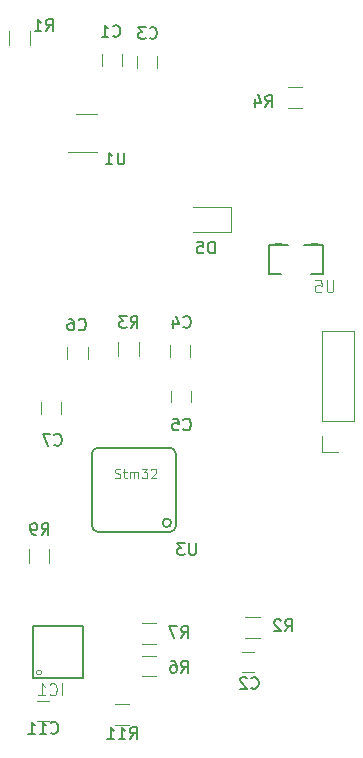
<source format=gbo>
G04 #@! TF.GenerationSoftware,KiCad,Pcbnew,5.1.7-a382d34a8~88~ubuntu18.04.1*
G04 #@! TF.CreationDate,2021-07-23T00:29:16+05:30*
G04 #@! TF.ProjectId,Sensor_PCB_v6,53656e73-6f72-45f5-9043-425f76362e6b,rev?*
G04 #@! TF.SameCoordinates,Original*
G04 #@! TF.FileFunction,Legend,Bot*
G04 #@! TF.FilePolarity,Positive*
%FSLAX46Y46*%
G04 Gerber Fmt 4.6, Leading zero omitted, Abs format (unit mm)*
G04 Created by KiCad (PCBNEW 5.1.7-a382d34a8~88~ubuntu18.04.1) date 2021-07-23 00:29:16*
%MOMM*%
%LPD*%
G01*
G04 APERTURE LIST*
%ADD10C,0.100000*%
%ADD11C,0.127000*%
%ADD12C,0.152400*%
%ADD13C,0.010000*%
%ADD14C,0.150000*%
%ADD15C,0.120000*%
%ADD16C,0.015000*%
G04 APERTURE END LIST*
D10*
X36705759Y-58682849D02*
X36820044Y-58720944D01*
X37010520Y-58720944D01*
X37086711Y-58682849D01*
X37124806Y-58644754D01*
X37162901Y-58568563D01*
X37162901Y-58492373D01*
X37124806Y-58416182D01*
X37086711Y-58378087D01*
X37010520Y-58339992D01*
X36858140Y-58301897D01*
X36781949Y-58263801D01*
X36743854Y-58225706D01*
X36705759Y-58149516D01*
X36705759Y-58073325D01*
X36743854Y-57997135D01*
X36781949Y-57959040D01*
X36858140Y-57920944D01*
X37048616Y-57920944D01*
X37162901Y-57959040D01*
X37391473Y-58187611D02*
X37696235Y-58187611D01*
X37505759Y-57920944D02*
X37505759Y-58606659D01*
X37543854Y-58682849D01*
X37620044Y-58720944D01*
X37696235Y-58720944D01*
X37962901Y-58720944D02*
X37962901Y-58187611D01*
X37962901Y-58263801D02*
X38000997Y-58225706D01*
X38077187Y-58187611D01*
X38191473Y-58187611D01*
X38267663Y-58225706D01*
X38305759Y-58301897D01*
X38305759Y-58720944D01*
X38305759Y-58301897D02*
X38343854Y-58225706D01*
X38420044Y-58187611D01*
X38534330Y-58187611D01*
X38610520Y-58225706D01*
X38648616Y-58301897D01*
X38648616Y-58720944D01*
X38953378Y-57920944D02*
X39448616Y-57920944D01*
X39181949Y-58225706D01*
X39296235Y-58225706D01*
X39372425Y-58263801D01*
X39410520Y-58301897D01*
X39448616Y-58378087D01*
X39448616Y-58568563D01*
X39410520Y-58644754D01*
X39372425Y-58682849D01*
X39296235Y-58720944D01*
X39067663Y-58720944D01*
X38991473Y-58682849D01*
X38953378Y-58644754D01*
X39753378Y-57997135D02*
X39791473Y-57959040D01*
X39867663Y-57920944D01*
X40058140Y-57920944D01*
X40134330Y-57959040D01*
X40172425Y-57997135D01*
X40210520Y-58073325D01*
X40210520Y-58149516D01*
X40172425Y-58263801D01*
X39715282Y-58720944D01*
X40210520Y-58720944D01*
D11*
X29771900Y-75674600D02*
X29771900Y-71274600D01*
X29771900Y-71274600D02*
X33971900Y-71274600D01*
X33971900Y-71274600D02*
X33971900Y-75674600D01*
X33971900Y-75674600D02*
X29771900Y-75674600D01*
D10*
X30495506Y-75174600D02*
G75*
G03*
X30495506Y-75174600I-223606J0D01*
G01*
D12*
X54279400Y-41443700D02*
X54279400Y-38943700D01*
X52709400Y-38943700D02*
X54279400Y-38943700D01*
X49779400Y-38943700D02*
X51349400Y-38943700D01*
X49779400Y-38943700D02*
X49779400Y-41443700D01*
X49779400Y-41443700D02*
X50749400Y-41443700D01*
X53309400Y-41443700D02*
X54279400Y-41443700D01*
D13*
G36*
X50279400Y-38943700D02*
G01*
X50779400Y-38943700D01*
X50779400Y-38803700D01*
X50279400Y-38803700D01*
X50279400Y-38943700D01*
G37*
X50279400Y-38943700D02*
X50779400Y-38943700D01*
X50779400Y-38803700D01*
X50279400Y-38803700D01*
X50279400Y-38943700D01*
G36*
X53279400Y-38943700D02*
G01*
X53779400Y-38943700D01*
X53779400Y-38803700D01*
X53279400Y-38803700D01*
X53279400Y-38943700D01*
G37*
X53279400Y-38943700D02*
X53779400Y-38943700D01*
X53779400Y-38803700D01*
X53279400Y-38803700D01*
X53279400Y-38943700D01*
D14*
X41451310Y-62501800D02*
G75*
G03*
X41451310Y-62501800I-359210J0D01*
G01*
X41854100Y-56659800D02*
X41854100Y-62755800D01*
X35250100Y-56151800D02*
X41346100Y-56151800D01*
X34742100Y-62755800D02*
X34742100Y-56659800D01*
X41346100Y-63263800D02*
X35250100Y-63263800D01*
X34742100Y-56659800D02*
G75*
G02*
X35250100Y-56151800I508000J0D01*
G01*
X35250100Y-63263800D02*
G75*
G02*
X34742100Y-62755800I0J508000D01*
G01*
X41346100Y-56151800D02*
G75*
G02*
X41854100Y-56659800I0J-508000D01*
G01*
X41854100Y-62755800D02*
G75*
G02*
X41346100Y-63263800I-508000J0D01*
G01*
D15*
X29381600Y-64728800D02*
X29381600Y-65928800D01*
X31141600Y-65928800D02*
X31141600Y-64728800D01*
X54257900Y-46229000D02*
X56917900Y-46229000D01*
X54257900Y-53909000D02*
X54257900Y-46229000D01*
X56917900Y-53909000D02*
X56917900Y-46229000D01*
X54257900Y-53909000D02*
X56917900Y-53909000D01*
X54257900Y-55179000D02*
X54257900Y-56509000D01*
X54257900Y-56509000D02*
X55587900Y-56509000D01*
X47435600Y-73434800D02*
X48435600Y-73434800D01*
X48435600Y-75134800D02*
X47435600Y-75134800D01*
X43077500Y-47447600D02*
X43077500Y-48447600D01*
X41377500Y-48447600D02*
X41377500Y-47447600D01*
X41446100Y-52305800D02*
X41446100Y-51305800D01*
X43146100Y-51305800D02*
X43146100Y-52305800D01*
X32680500Y-48650800D02*
X32680500Y-47650800D01*
X34380500Y-47650800D02*
X34380500Y-48650800D01*
X30399600Y-53286300D02*
X30399600Y-52286300D01*
X32099600Y-52286300D02*
X32099600Y-53286300D01*
X37296500Y-22791800D02*
X37296500Y-23791800D01*
X35596500Y-23791800D02*
X35596500Y-22791800D01*
X40263200Y-22977200D02*
X40263200Y-23977200D01*
X38563200Y-23977200D02*
X38563200Y-22977200D01*
X48951400Y-70504200D02*
X47751400Y-70504200D01*
X47751400Y-72264200D02*
X48951400Y-72264200D01*
X36983800Y-47169800D02*
X36983800Y-48369800D01*
X38743800Y-48369800D02*
X38743800Y-47169800D01*
X29518500Y-22040100D02*
X29518500Y-20840100D01*
X27758500Y-20840100D02*
X27758500Y-22040100D01*
X51325200Y-27369700D02*
X52525200Y-27369700D01*
X52525200Y-25609700D02*
X51325200Y-25609700D01*
X33374800Y-27892100D02*
X35174800Y-27892100D01*
X35174800Y-31112100D02*
X32724800Y-31112100D01*
X46495100Y-35754800D02*
X46495100Y-37874800D01*
X43295100Y-35754800D02*
X46495100Y-35754800D01*
X46495100Y-37874800D02*
X43295100Y-37874800D01*
X31129900Y-79254700D02*
X30129900Y-79254700D01*
X30129900Y-77554700D02*
X31129900Y-77554700D01*
X38947800Y-75497600D02*
X40147800Y-75497600D01*
X40147800Y-73737600D02*
X38947800Y-73737600D01*
X40208800Y-71019800D02*
X39008800Y-71019800D01*
X39008800Y-72779800D02*
X40208800Y-72779800D01*
X37917700Y-77829500D02*
X36717700Y-77829500D01*
X36717700Y-79589500D02*
X37917700Y-79589500D01*
D16*
X32213196Y-77103008D02*
X32213196Y-76102725D01*
X31165281Y-77007743D02*
X31212913Y-77055376D01*
X31355811Y-77103008D01*
X31451076Y-77103008D01*
X31593973Y-77055376D01*
X31689238Y-76960111D01*
X31736871Y-76864846D01*
X31784504Y-76674316D01*
X31784504Y-76531418D01*
X31736871Y-76340888D01*
X31689238Y-76245623D01*
X31593973Y-76150358D01*
X31451076Y-76102725D01*
X31355811Y-76102725D01*
X31212913Y-76150358D01*
X31165281Y-76197991D01*
X30212630Y-77103008D02*
X30784221Y-77103008D01*
X30498425Y-77103008D02*
X30498425Y-76102725D01*
X30593690Y-76245623D01*
X30688955Y-76340888D01*
X30784221Y-76388521D01*
X55186524Y-41984340D02*
X55186524Y-42793864D01*
X55138905Y-42889102D01*
X55091286Y-42936721D01*
X54996048Y-42984340D01*
X54805572Y-42984340D01*
X54710334Y-42936721D01*
X54662715Y-42889102D01*
X54615096Y-42793864D01*
X54615096Y-41984340D01*
X53662715Y-41984340D02*
X54138905Y-41984340D01*
X54186524Y-42460531D01*
X54138905Y-42412912D01*
X54043667Y-42365293D01*
X53805572Y-42365293D01*
X53710334Y-42412912D01*
X53662715Y-42460531D01*
X53615096Y-42555769D01*
X53615096Y-42793864D01*
X53662715Y-42889102D01*
X53710334Y-42936721D01*
X53805572Y-42984340D01*
X54043667Y-42984340D01*
X54138905Y-42936721D01*
X54186524Y-42889102D01*
D14*
X43548184Y-64227480D02*
X43548184Y-65037004D01*
X43500565Y-65132242D01*
X43452946Y-65179861D01*
X43357708Y-65227480D01*
X43167232Y-65227480D01*
X43071994Y-65179861D01*
X43024375Y-65132242D01*
X42976756Y-65037004D01*
X42976756Y-64227480D01*
X42595803Y-64227480D02*
X41976756Y-64227480D01*
X42310089Y-64608433D01*
X42167232Y-64608433D01*
X42071994Y-64656052D01*
X42024375Y-64703671D01*
X41976756Y-64798909D01*
X41976756Y-65037004D01*
X42024375Y-65132242D01*
X42071994Y-65179861D01*
X42167232Y-65227480D01*
X42452946Y-65227480D01*
X42548184Y-65179861D01*
X42595803Y-65132242D01*
X30491766Y-63515500D02*
X30825100Y-63039310D01*
X31063195Y-63515500D02*
X31063195Y-62515500D01*
X30682242Y-62515500D01*
X30587004Y-62563120D01*
X30539385Y-62610739D01*
X30491766Y-62705977D01*
X30491766Y-62848834D01*
X30539385Y-62944072D01*
X30587004Y-62991691D01*
X30682242Y-63039310D01*
X31063195Y-63039310D01*
X30015576Y-63515500D02*
X29825100Y-63515500D01*
X29729861Y-63467881D01*
X29682242Y-63420262D01*
X29587004Y-63277405D01*
X29539385Y-63086929D01*
X29539385Y-62705977D01*
X29587004Y-62610739D01*
X29634623Y-62563120D01*
X29729861Y-62515500D01*
X29920338Y-62515500D01*
X30015576Y-62563120D01*
X30063195Y-62610739D01*
X30110814Y-62705977D01*
X30110814Y-62944072D01*
X30063195Y-63039310D01*
X30015576Y-63086929D01*
X29920338Y-63134548D01*
X29729861Y-63134548D01*
X29634623Y-63086929D01*
X29587004Y-63039310D01*
X29539385Y-62944072D01*
X48236126Y-76470742D02*
X48283745Y-76518361D01*
X48426602Y-76565980D01*
X48521840Y-76565980D01*
X48664698Y-76518361D01*
X48759936Y-76423123D01*
X48807555Y-76327885D01*
X48855174Y-76137409D01*
X48855174Y-75994552D01*
X48807555Y-75804076D01*
X48759936Y-75708838D01*
X48664698Y-75613600D01*
X48521840Y-75565980D01*
X48426602Y-75565980D01*
X48283745Y-75613600D01*
X48236126Y-75661219D01*
X47855174Y-75661219D02*
X47807555Y-75613600D01*
X47712317Y-75565980D01*
X47474221Y-75565980D01*
X47378983Y-75613600D01*
X47331364Y-75661219D01*
X47283745Y-75756457D01*
X47283745Y-75851695D01*
X47331364Y-75994552D01*
X47902793Y-76565980D01*
X47283745Y-76565980D01*
X42498306Y-45914602D02*
X42545925Y-45962221D01*
X42688782Y-46009840D01*
X42784020Y-46009840D01*
X42926878Y-45962221D01*
X43022116Y-45866983D01*
X43069735Y-45771745D01*
X43117354Y-45581269D01*
X43117354Y-45438412D01*
X43069735Y-45247936D01*
X43022116Y-45152698D01*
X42926878Y-45057460D01*
X42784020Y-45009840D01*
X42688782Y-45009840D01*
X42545925Y-45057460D01*
X42498306Y-45105079D01*
X41641163Y-45343174D02*
X41641163Y-46009840D01*
X41879259Y-44962221D02*
X42117354Y-45676507D01*
X41498306Y-45676507D01*
X42498326Y-54578482D02*
X42545945Y-54626101D01*
X42688802Y-54673720D01*
X42784040Y-54673720D01*
X42926898Y-54626101D01*
X43022136Y-54530863D01*
X43069755Y-54435625D01*
X43117374Y-54245149D01*
X43117374Y-54102292D01*
X43069755Y-53911816D01*
X43022136Y-53816578D01*
X42926898Y-53721340D01*
X42784040Y-53673720D01*
X42688802Y-53673720D01*
X42545945Y-53721340D01*
X42498326Y-53768959D01*
X41593564Y-53673720D02*
X42069755Y-53673720D01*
X42117374Y-54149911D01*
X42069755Y-54102292D01*
X41974517Y-54054673D01*
X41736421Y-54054673D01*
X41641183Y-54102292D01*
X41593564Y-54149911D01*
X41545945Y-54245149D01*
X41545945Y-54483244D01*
X41593564Y-54578482D01*
X41641183Y-54626101D01*
X41736421Y-54673720D01*
X41974517Y-54673720D01*
X42069755Y-54626101D01*
X42117374Y-54578482D01*
X33623506Y-46120342D02*
X33671125Y-46167961D01*
X33813982Y-46215580D01*
X33909220Y-46215580D01*
X34052078Y-46167961D01*
X34147316Y-46072723D01*
X34194935Y-45977485D01*
X34242554Y-45787009D01*
X34242554Y-45644152D01*
X34194935Y-45453676D01*
X34147316Y-45358438D01*
X34052078Y-45263200D01*
X33909220Y-45215580D01*
X33813982Y-45215580D01*
X33671125Y-45263200D01*
X33623506Y-45310819D01*
X32766363Y-45215580D02*
X32956840Y-45215580D01*
X33052078Y-45263200D01*
X33099697Y-45310819D01*
X33194935Y-45453676D01*
X33242554Y-45644152D01*
X33242554Y-46025104D01*
X33194935Y-46120342D01*
X33147316Y-46167961D01*
X33052078Y-46215580D01*
X32861601Y-46215580D01*
X32766363Y-46167961D01*
X32718744Y-46120342D01*
X32671125Y-46025104D01*
X32671125Y-45787009D01*
X32718744Y-45691771D01*
X32766363Y-45644152D01*
X32861601Y-45596533D01*
X33052078Y-45596533D01*
X33147316Y-45644152D01*
X33194935Y-45691771D01*
X33242554Y-45787009D01*
X31571206Y-55879022D02*
X31618825Y-55926641D01*
X31761682Y-55974260D01*
X31856920Y-55974260D01*
X31999778Y-55926641D01*
X32095016Y-55831403D01*
X32142635Y-55736165D01*
X32190254Y-55545689D01*
X32190254Y-55402832D01*
X32142635Y-55212356D01*
X32095016Y-55117118D01*
X31999778Y-55021880D01*
X31856920Y-54974260D01*
X31761682Y-54974260D01*
X31618825Y-55021880D01*
X31571206Y-55069499D01*
X31237873Y-54974260D02*
X30571206Y-54974260D01*
X30999778Y-55974260D01*
X36531886Y-21256262D02*
X36579505Y-21303881D01*
X36722362Y-21351500D01*
X36817600Y-21351500D01*
X36960458Y-21303881D01*
X37055696Y-21208643D01*
X37103315Y-21113405D01*
X37150934Y-20922929D01*
X37150934Y-20780072D01*
X37103315Y-20589596D01*
X37055696Y-20494358D01*
X36960458Y-20399120D01*
X36817600Y-20351500D01*
X36722362Y-20351500D01*
X36579505Y-20399120D01*
X36531886Y-20446739D01*
X35579505Y-21351500D02*
X36150934Y-21351500D01*
X35865220Y-21351500D02*
X35865220Y-20351500D01*
X35960458Y-20494358D01*
X36055696Y-20589596D01*
X36150934Y-20637215D01*
X39638286Y-21444962D02*
X39685905Y-21492581D01*
X39828762Y-21540200D01*
X39924000Y-21540200D01*
X40066858Y-21492581D01*
X40162096Y-21397343D01*
X40209715Y-21302105D01*
X40257334Y-21111629D01*
X40257334Y-20968772D01*
X40209715Y-20778296D01*
X40162096Y-20683058D01*
X40066858Y-20587820D01*
X39924000Y-20540200D01*
X39828762Y-20540200D01*
X39685905Y-20587820D01*
X39638286Y-20635439D01*
X39304953Y-20540200D02*
X38685905Y-20540200D01*
X39019239Y-20921153D01*
X38876381Y-20921153D01*
X38781143Y-20968772D01*
X38733524Y-21016391D01*
X38685905Y-21111629D01*
X38685905Y-21349724D01*
X38733524Y-21444962D01*
X38781143Y-21492581D01*
X38876381Y-21540200D01*
X39162096Y-21540200D01*
X39257334Y-21492581D01*
X39304953Y-21444962D01*
X51113946Y-71684180D02*
X51447280Y-71207990D01*
X51685375Y-71684180D02*
X51685375Y-70684180D01*
X51304422Y-70684180D01*
X51209184Y-70731800D01*
X51161565Y-70779419D01*
X51113946Y-70874657D01*
X51113946Y-71017514D01*
X51161565Y-71112752D01*
X51209184Y-71160371D01*
X51304422Y-71207990D01*
X51685375Y-71207990D01*
X50732994Y-70779419D02*
X50685375Y-70731800D01*
X50590137Y-70684180D01*
X50352041Y-70684180D01*
X50256803Y-70731800D01*
X50209184Y-70779419D01*
X50161565Y-70874657D01*
X50161565Y-70969895D01*
X50209184Y-71112752D01*
X50780613Y-71684180D01*
X50161565Y-71684180D01*
X38027926Y-46012380D02*
X38361260Y-45536190D01*
X38599355Y-46012380D02*
X38599355Y-45012380D01*
X38218402Y-45012380D01*
X38123164Y-45060000D01*
X38075545Y-45107619D01*
X38027926Y-45202857D01*
X38027926Y-45345714D01*
X38075545Y-45440952D01*
X38123164Y-45488571D01*
X38218402Y-45536190D01*
X38599355Y-45536190D01*
X37694593Y-45012380D02*
X37075545Y-45012380D01*
X37408879Y-45393333D01*
X37266021Y-45393333D01*
X37170783Y-45440952D01*
X37123164Y-45488571D01*
X37075545Y-45583809D01*
X37075545Y-45821904D01*
X37123164Y-45917142D01*
X37170783Y-45964761D01*
X37266021Y-46012380D01*
X37551736Y-46012380D01*
X37646974Y-45964761D01*
X37694593Y-45917142D01*
X30854946Y-20863820D02*
X31188280Y-20387630D01*
X31426375Y-20863820D02*
X31426375Y-19863820D01*
X31045422Y-19863820D01*
X30950184Y-19911440D01*
X30902565Y-19959059D01*
X30854946Y-20054297D01*
X30854946Y-20197154D01*
X30902565Y-20292392D01*
X30950184Y-20340011D01*
X31045422Y-20387630D01*
X31426375Y-20387630D01*
X29902565Y-20863820D02*
X30473994Y-20863820D01*
X30188280Y-20863820D02*
X30188280Y-19863820D01*
X30283518Y-20006678D01*
X30378756Y-20101916D01*
X30473994Y-20149535D01*
X49440106Y-27279900D02*
X49773440Y-26803710D01*
X50011535Y-27279900D02*
X50011535Y-26279900D01*
X49630582Y-26279900D01*
X49535344Y-26327520D01*
X49487725Y-26375139D01*
X49440106Y-26470377D01*
X49440106Y-26613234D01*
X49487725Y-26708472D01*
X49535344Y-26756091D01*
X49630582Y-26803710D01*
X50011535Y-26803710D01*
X48582963Y-26613234D02*
X48582963Y-27279900D01*
X48821059Y-26232281D02*
X49059154Y-26946567D01*
X48440106Y-26946567D01*
X37490344Y-31156660D02*
X37490344Y-31966184D01*
X37442725Y-32061422D01*
X37395106Y-32109041D01*
X37299868Y-32156660D01*
X37109392Y-32156660D01*
X37014154Y-32109041D01*
X36966535Y-32061422D01*
X36918916Y-31966184D01*
X36918916Y-31156660D01*
X35918916Y-32156660D02*
X36490344Y-32156660D01*
X36204630Y-32156660D02*
X36204630Y-31156660D01*
X36299868Y-31299518D01*
X36395106Y-31394756D01*
X36490344Y-31442375D01*
X45127175Y-39690340D02*
X45127175Y-38690340D01*
X44889080Y-38690340D01*
X44746222Y-38737960D01*
X44650984Y-38833198D01*
X44603365Y-38928436D01*
X44555746Y-39118912D01*
X44555746Y-39261769D01*
X44603365Y-39452245D01*
X44650984Y-39547483D01*
X44746222Y-39642721D01*
X44889080Y-39690340D01*
X45127175Y-39690340D01*
X43650984Y-38690340D02*
X44127175Y-38690340D01*
X44174794Y-39166531D01*
X44127175Y-39118912D01*
X44031937Y-39071293D01*
X43793841Y-39071293D01*
X43698603Y-39118912D01*
X43650984Y-39166531D01*
X43603365Y-39261769D01*
X43603365Y-39499864D01*
X43650984Y-39595102D01*
X43698603Y-39642721D01*
X43793841Y-39690340D01*
X44031937Y-39690340D01*
X44127175Y-39642721D01*
X44174794Y-39595102D01*
X31272757Y-80261842D02*
X31320376Y-80309461D01*
X31463233Y-80357080D01*
X31558471Y-80357080D01*
X31701328Y-80309461D01*
X31796566Y-80214223D01*
X31844185Y-80118985D01*
X31891804Y-79928509D01*
X31891804Y-79785652D01*
X31844185Y-79595176D01*
X31796566Y-79499938D01*
X31701328Y-79404700D01*
X31558471Y-79357080D01*
X31463233Y-79357080D01*
X31320376Y-79404700D01*
X31272757Y-79452319D01*
X30320376Y-80357080D02*
X30891804Y-80357080D01*
X30606090Y-80357080D02*
X30606090Y-79357080D01*
X30701328Y-79499938D01*
X30796566Y-79595176D01*
X30891804Y-79642795D01*
X29367995Y-80357080D02*
X29939423Y-80357080D01*
X29653709Y-80357080D02*
X29653709Y-79357080D01*
X29748947Y-79499938D01*
X29844185Y-79595176D01*
X29939423Y-79642795D01*
X42310346Y-75191900D02*
X42643680Y-74715710D01*
X42881775Y-75191900D02*
X42881775Y-74191900D01*
X42500822Y-74191900D01*
X42405584Y-74239520D01*
X42357965Y-74287139D01*
X42310346Y-74382377D01*
X42310346Y-74525234D01*
X42357965Y-74620472D01*
X42405584Y-74668091D01*
X42500822Y-74715710D01*
X42881775Y-74715710D01*
X41453203Y-74191900D02*
X41643680Y-74191900D01*
X41738918Y-74239520D01*
X41786537Y-74287139D01*
X41881775Y-74429996D01*
X41929394Y-74620472D01*
X41929394Y-75001424D01*
X41881775Y-75096662D01*
X41834156Y-75144281D01*
X41738918Y-75191900D01*
X41548441Y-75191900D01*
X41453203Y-75144281D01*
X41405584Y-75096662D01*
X41357965Y-75001424D01*
X41357965Y-74763329D01*
X41405584Y-74668091D01*
X41453203Y-74620472D01*
X41548441Y-74572853D01*
X41738918Y-74572853D01*
X41834156Y-74620472D01*
X41881775Y-74668091D01*
X41929394Y-74763329D01*
X42310386Y-72260740D02*
X42643720Y-71784550D01*
X42881815Y-72260740D02*
X42881815Y-71260740D01*
X42500862Y-71260740D01*
X42405624Y-71308360D01*
X42358005Y-71355979D01*
X42310386Y-71451217D01*
X42310386Y-71594074D01*
X42358005Y-71689312D01*
X42405624Y-71736931D01*
X42500862Y-71784550D01*
X42881815Y-71784550D01*
X41977053Y-71260740D02*
X41310386Y-71260740D01*
X41738958Y-72260740D01*
X37960557Y-80811880D02*
X38293890Y-80335690D01*
X38531985Y-80811880D02*
X38531985Y-79811880D01*
X38151033Y-79811880D01*
X38055795Y-79859500D01*
X38008176Y-79907119D01*
X37960557Y-80002357D01*
X37960557Y-80145214D01*
X38008176Y-80240452D01*
X38055795Y-80288071D01*
X38151033Y-80335690D01*
X38531985Y-80335690D01*
X37008176Y-80811880D02*
X37579604Y-80811880D01*
X37293890Y-80811880D02*
X37293890Y-79811880D01*
X37389128Y-79954738D01*
X37484366Y-80049976D01*
X37579604Y-80097595D01*
X36055795Y-80811880D02*
X36627223Y-80811880D01*
X36341509Y-80811880D02*
X36341509Y-79811880D01*
X36436747Y-79954738D01*
X36531985Y-80049976D01*
X36627223Y-80097595D01*
M02*

</source>
